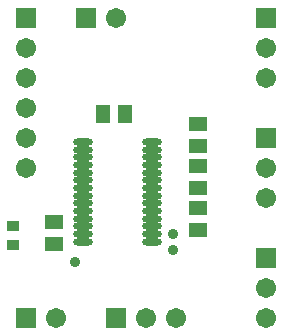
<source format=gts>
G04*
G04 #@! TF.GenerationSoftware,Altium Limited,Altium Designer,20.1.11 (218)*
G04*
G04 Layer_Color=8388736*
%FSLAX25Y25*%
%MOIN*%
G70*
G04*
G04 #@! TF.SameCoordinates,C0BC10C8-0731-4CBC-98FA-3322C1096404*
G04*
G04*
G04 #@! TF.FilePolarity,Negative*
G04*
G01*
G75*
%ADD14R,0.04737X0.06115*%
%ADD15R,0.04147X0.03556*%
%ADD16R,0.06115X0.04737*%
%ADD17O,0.06509X0.02375*%
%ADD18R,0.06706X0.06706*%
%ADD19C,0.06706*%
%ADD20R,0.06706X0.06706*%
%ADD21C,0.03556*%
D14*
X183142Y178000D02*
D03*
X175858D02*
D03*
D15*
X145788Y140681D02*
D03*
Y134185D02*
D03*
D16*
X159401Y142059D02*
D03*
Y134776D02*
D03*
X207500Y167358D02*
D03*
Y174642D02*
D03*
Y139358D02*
D03*
Y146642D02*
D03*
Y153358D02*
D03*
Y160642D02*
D03*
D17*
X168984Y168634D02*
D03*
Y166075D02*
D03*
Y163516D02*
D03*
Y160957D02*
D03*
Y158398D02*
D03*
Y155839D02*
D03*
Y153279D02*
D03*
Y150721D02*
D03*
Y148161D02*
D03*
Y145602D02*
D03*
Y143043D02*
D03*
Y140484D02*
D03*
Y137925D02*
D03*
Y135366D02*
D03*
X192016Y168634D02*
D03*
Y166075D02*
D03*
Y163516D02*
D03*
Y160957D02*
D03*
Y158398D02*
D03*
Y155839D02*
D03*
Y153279D02*
D03*
Y150721D02*
D03*
Y148161D02*
D03*
Y145602D02*
D03*
Y143043D02*
D03*
Y140484D02*
D03*
Y137925D02*
D03*
Y135366D02*
D03*
D18*
X150000Y110000D02*
D03*
X170000Y210000D02*
D03*
X180000Y110000D02*
D03*
D19*
X160000D02*
D03*
X180000Y210000D02*
D03*
X230000Y190000D02*
D03*
Y200000D02*
D03*
X150000Y160000D02*
D03*
Y170000D02*
D03*
Y180000D02*
D03*
Y190000D02*
D03*
Y200000D02*
D03*
X230000Y150000D02*
D03*
Y160000D02*
D03*
Y110000D02*
D03*
Y120000D02*
D03*
X200000Y110000D02*
D03*
X190000D02*
D03*
D20*
X230000Y210000D02*
D03*
X150000D02*
D03*
X230000Y170000D02*
D03*
Y130000D02*
D03*
D21*
X166500Y128500D02*
D03*
X199000Y132500D02*
D03*
Y138000D02*
D03*
M02*

</source>
